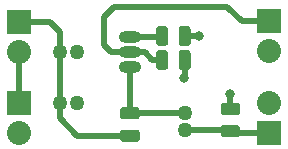
<source format=gtl>
G04 #@! TF.FileFunction,Copper,L1,Top,Signal*
%FSLAX46Y46*%
G04 Gerber Fmt 4.6, Leading zero omitted, Abs format (unit mm)*
G04 Created by KiCad (PCBNEW (2016-09-14 revision 83ed3c9)-makepkg) date 09/24/16 16:23:25*
%MOMM*%
%LPD*%
G01*
G04 APERTURE LIST*
%ADD10C,0.100000*%
%ADD11C,1.270000*%
%ADD12R,2.032000X2.032000*%
%ADD13O,2.032000X2.032000*%
%ADD14O,1.900000X1.000000*%
%ADD15C,0.800000*%
%ADD16C,0.500000*%
%ADD17C,0.250000*%
G04 APERTURE END LIST*
D10*
D11*
X107557000Y-74676000D03*
X106057000Y-74676000D03*
X107557000Y-78994000D03*
X106057000Y-78994000D03*
X116713000Y-81268000D03*
X116713000Y-79768000D03*
D12*
X123825000Y-72009000D03*
D13*
X123825000Y-74549000D03*
D12*
X102616000Y-72085200D03*
D13*
X102616000Y-74625200D03*
D12*
X102616000Y-78994000D03*
D13*
X102616000Y-81534000D03*
D12*
X123825000Y-81534000D03*
D13*
X123825000Y-78994000D03*
D14*
X112014000Y-75946000D03*
X112014000Y-74676000D03*
X112014000Y-73406000D03*
D10*
G36*
X116925896Y-74486723D02*
X116950553Y-74490381D01*
X116974732Y-74496437D01*
X116998202Y-74504835D01*
X117020735Y-74515492D01*
X117042115Y-74528307D01*
X117062136Y-74543155D01*
X117080605Y-74559895D01*
X117097345Y-74578364D01*
X117112193Y-74598385D01*
X117125008Y-74619765D01*
X117135665Y-74642298D01*
X117144063Y-74665768D01*
X117150119Y-74689947D01*
X117153777Y-74714604D01*
X117155000Y-74739500D01*
X117155000Y-75882500D01*
X117153777Y-75907396D01*
X117150119Y-75932053D01*
X117144063Y-75956232D01*
X117135665Y-75979702D01*
X117125008Y-76002235D01*
X117112193Y-76023615D01*
X117097345Y-76043636D01*
X117080605Y-76062105D01*
X117062136Y-76078845D01*
X117042115Y-76093693D01*
X117020735Y-76106508D01*
X116998202Y-76117165D01*
X116974732Y-76125563D01*
X116950553Y-76131619D01*
X116925896Y-76135277D01*
X116901000Y-76136500D01*
X116393000Y-76136500D01*
X116368104Y-76135277D01*
X116343447Y-76131619D01*
X116319268Y-76125563D01*
X116295798Y-76117165D01*
X116273265Y-76106508D01*
X116251885Y-76093693D01*
X116231864Y-76078845D01*
X116213395Y-76062105D01*
X116196655Y-76043636D01*
X116181807Y-76023615D01*
X116168992Y-76002235D01*
X116158335Y-75979702D01*
X116149937Y-75956232D01*
X116143881Y-75932053D01*
X116140223Y-75907396D01*
X116139000Y-75882500D01*
X116139000Y-74739500D01*
X116140223Y-74714604D01*
X116143881Y-74689947D01*
X116149937Y-74665768D01*
X116158335Y-74642298D01*
X116168992Y-74619765D01*
X116181807Y-74598385D01*
X116196655Y-74578364D01*
X116213395Y-74559895D01*
X116231864Y-74543155D01*
X116251885Y-74528307D01*
X116273265Y-74515492D01*
X116295798Y-74504835D01*
X116319268Y-74496437D01*
X116343447Y-74490381D01*
X116368104Y-74486723D01*
X116393000Y-74485500D01*
X116901000Y-74485500D01*
X116925896Y-74486723D01*
X116925896Y-74486723D01*
G37*
G36*
X115025896Y-74486723D02*
X115050553Y-74490381D01*
X115074732Y-74496437D01*
X115098202Y-74504835D01*
X115120735Y-74515492D01*
X115142115Y-74528307D01*
X115162136Y-74543155D01*
X115180605Y-74559895D01*
X115197345Y-74578364D01*
X115212193Y-74598385D01*
X115225008Y-74619765D01*
X115235665Y-74642298D01*
X115244063Y-74665768D01*
X115250119Y-74689947D01*
X115253777Y-74714604D01*
X115255000Y-74739500D01*
X115255000Y-75882500D01*
X115253777Y-75907396D01*
X115250119Y-75932053D01*
X115244063Y-75956232D01*
X115235665Y-75979702D01*
X115225008Y-76002235D01*
X115212193Y-76023615D01*
X115197345Y-76043636D01*
X115180605Y-76062105D01*
X115162136Y-76078845D01*
X115142115Y-76093693D01*
X115120735Y-76106508D01*
X115098202Y-76117165D01*
X115074732Y-76125563D01*
X115050553Y-76131619D01*
X115025896Y-76135277D01*
X115001000Y-76136500D01*
X114493000Y-76136500D01*
X114468104Y-76135277D01*
X114443447Y-76131619D01*
X114419268Y-76125563D01*
X114395798Y-76117165D01*
X114373265Y-76106508D01*
X114351885Y-76093693D01*
X114331864Y-76078845D01*
X114313395Y-76062105D01*
X114296655Y-76043636D01*
X114281807Y-76023615D01*
X114268992Y-76002235D01*
X114258335Y-75979702D01*
X114249937Y-75956232D01*
X114243881Y-75932053D01*
X114240223Y-75907396D01*
X114239000Y-75882500D01*
X114239000Y-74739500D01*
X114240223Y-74714604D01*
X114243881Y-74689947D01*
X114249937Y-74665768D01*
X114258335Y-74642298D01*
X114268992Y-74619765D01*
X114281807Y-74598385D01*
X114296655Y-74578364D01*
X114313395Y-74559895D01*
X114331864Y-74543155D01*
X114351885Y-74528307D01*
X114373265Y-74515492D01*
X114395798Y-74504835D01*
X114419268Y-74496437D01*
X114443447Y-74490381D01*
X114468104Y-74486723D01*
X114493000Y-74485500D01*
X115001000Y-74485500D01*
X115025896Y-74486723D01*
X115025896Y-74486723D01*
G37*
G36*
X112610396Y-79315223D02*
X112635053Y-79318881D01*
X112659232Y-79324937D01*
X112682702Y-79333335D01*
X112705235Y-79343992D01*
X112726615Y-79356807D01*
X112746636Y-79371655D01*
X112765105Y-79388395D01*
X112781845Y-79406864D01*
X112796693Y-79426885D01*
X112809508Y-79448265D01*
X112820165Y-79470798D01*
X112828563Y-79494268D01*
X112834619Y-79518447D01*
X112838277Y-79543104D01*
X112839500Y-79568000D01*
X112839500Y-80076000D01*
X112838277Y-80100896D01*
X112834619Y-80125553D01*
X112828563Y-80149732D01*
X112820165Y-80173202D01*
X112809508Y-80195735D01*
X112796693Y-80217115D01*
X112781845Y-80237136D01*
X112765105Y-80255605D01*
X112746636Y-80272345D01*
X112726615Y-80287193D01*
X112705235Y-80300008D01*
X112682702Y-80310665D01*
X112659232Y-80319063D01*
X112635053Y-80325119D01*
X112610396Y-80328777D01*
X112585500Y-80330000D01*
X111442500Y-80330000D01*
X111417604Y-80328777D01*
X111392947Y-80325119D01*
X111368768Y-80319063D01*
X111345298Y-80310665D01*
X111322765Y-80300008D01*
X111301385Y-80287193D01*
X111281364Y-80272345D01*
X111262895Y-80255605D01*
X111246155Y-80237136D01*
X111231307Y-80217115D01*
X111218492Y-80195735D01*
X111207835Y-80173202D01*
X111199437Y-80149732D01*
X111193381Y-80125553D01*
X111189723Y-80100896D01*
X111188500Y-80076000D01*
X111188500Y-79568000D01*
X111189723Y-79543104D01*
X111193381Y-79518447D01*
X111199437Y-79494268D01*
X111207835Y-79470798D01*
X111218492Y-79448265D01*
X111231307Y-79426885D01*
X111246155Y-79406864D01*
X111262895Y-79388395D01*
X111281364Y-79371655D01*
X111301385Y-79356807D01*
X111322765Y-79343992D01*
X111345298Y-79333335D01*
X111368768Y-79324937D01*
X111392947Y-79318881D01*
X111417604Y-79315223D01*
X111442500Y-79314000D01*
X112585500Y-79314000D01*
X112610396Y-79315223D01*
X112610396Y-79315223D01*
G37*
G36*
X112610396Y-81215223D02*
X112635053Y-81218881D01*
X112659232Y-81224937D01*
X112682702Y-81233335D01*
X112705235Y-81243992D01*
X112726615Y-81256807D01*
X112746636Y-81271655D01*
X112765105Y-81288395D01*
X112781845Y-81306864D01*
X112796693Y-81326885D01*
X112809508Y-81348265D01*
X112820165Y-81370798D01*
X112828563Y-81394268D01*
X112834619Y-81418447D01*
X112838277Y-81443104D01*
X112839500Y-81468000D01*
X112839500Y-81976000D01*
X112838277Y-82000896D01*
X112834619Y-82025553D01*
X112828563Y-82049732D01*
X112820165Y-82073202D01*
X112809508Y-82095735D01*
X112796693Y-82117115D01*
X112781845Y-82137136D01*
X112765105Y-82155605D01*
X112746636Y-82172345D01*
X112726615Y-82187193D01*
X112705235Y-82200008D01*
X112682702Y-82210665D01*
X112659232Y-82219063D01*
X112635053Y-82225119D01*
X112610396Y-82228777D01*
X112585500Y-82230000D01*
X111442500Y-82230000D01*
X111417604Y-82228777D01*
X111392947Y-82225119D01*
X111368768Y-82219063D01*
X111345298Y-82210665D01*
X111322765Y-82200008D01*
X111301385Y-82187193D01*
X111281364Y-82172345D01*
X111262895Y-82155605D01*
X111246155Y-82137136D01*
X111231307Y-82117115D01*
X111218492Y-82095735D01*
X111207835Y-82073202D01*
X111199437Y-82049732D01*
X111193381Y-82025553D01*
X111189723Y-82000896D01*
X111188500Y-81976000D01*
X111188500Y-81468000D01*
X111189723Y-81443104D01*
X111193381Y-81418447D01*
X111199437Y-81394268D01*
X111207835Y-81370798D01*
X111218492Y-81348265D01*
X111231307Y-81326885D01*
X111246155Y-81306864D01*
X111262895Y-81288395D01*
X111281364Y-81271655D01*
X111301385Y-81256807D01*
X111322765Y-81243992D01*
X111345298Y-81233335D01*
X111368768Y-81224937D01*
X111392947Y-81218881D01*
X111417604Y-81215223D01*
X111442500Y-81214000D01*
X112585500Y-81214000D01*
X112610396Y-81215223D01*
X112610396Y-81215223D01*
G37*
G36*
X116925896Y-72454723D02*
X116950553Y-72458381D01*
X116974732Y-72464437D01*
X116998202Y-72472835D01*
X117020735Y-72483492D01*
X117042115Y-72496307D01*
X117062136Y-72511155D01*
X117080605Y-72527895D01*
X117097345Y-72546364D01*
X117112193Y-72566385D01*
X117125008Y-72587765D01*
X117135665Y-72610298D01*
X117144063Y-72633768D01*
X117150119Y-72657947D01*
X117153777Y-72682604D01*
X117155000Y-72707500D01*
X117155000Y-73850500D01*
X117153777Y-73875396D01*
X117150119Y-73900053D01*
X117144063Y-73924232D01*
X117135665Y-73947702D01*
X117125008Y-73970235D01*
X117112193Y-73991615D01*
X117097345Y-74011636D01*
X117080605Y-74030105D01*
X117062136Y-74046845D01*
X117042115Y-74061693D01*
X117020735Y-74074508D01*
X116998202Y-74085165D01*
X116974732Y-74093563D01*
X116950553Y-74099619D01*
X116925896Y-74103277D01*
X116901000Y-74104500D01*
X116393000Y-74104500D01*
X116368104Y-74103277D01*
X116343447Y-74099619D01*
X116319268Y-74093563D01*
X116295798Y-74085165D01*
X116273265Y-74074508D01*
X116251885Y-74061693D01*
X116231864Y-74046845D01*
X116213395Y-74030105D01*
X116196655Y-74011636D01*
X116181807Y-73991615D01*
X116168992Y-73970235D01*
X116158335Y-73947702D01*
X116149937Y-73924232D01*
X116143881Y-73900053D01*
X116140223Y-73875396D01*
X116139000Y-73850500D01*
X116139000Y-72707500D01*
X116140223Y-72682604D01*
X116143881Y-72657947D01*
X116149937Y-72633768D01*
X116158335Y-72610298D01*
X116168992Y-72587765D01*
X116181807Y-72566385D01*
X116196655Y-72546364D01*
X116213395Y-72527895D01*
X116231864Y-72511155D01*
X116251885Y-72496307D01*
X116273265Y-72483492D01*
X116295798Y-72472835D01*
X116319268Y-72464437D01*
X116343447Y-72458381D01*
X116368104Y-72454723D01*
X116393000Y-72453500D01*
X116901000Y-72453500D01*
X116925896Y-72454723D01*
X116925896Y-72454723D01*
G37*
G36*
X115025896Y-72454723D02*
X115050553Y-72458381D01*
X115074732Y-72464437D01*
X115098202Y-72472835D01*
X115120735Y-72483492D01*
X115142115Y-72496307D01*
X115162136Y-72511155D01*
X115180605Y-72527895D01*
X115197345Y-72546364D01*
X115212193Y-72566385D01*
X115225008Y-72587765D01*
X115235665Y-72610298D01*
X115244063Y-72633768D01*
X115250119Y-72657947D01*
X115253777Y-72682604D01*
X115255000Y-72707500D01*
X115255000Y-73850500D01*
X115253777Y-73875396D01*
X115250119Y-73900053D01*
X115244063Y-73924232D01*
X115235665Y-73947702D01*
X115225008Y-73970235D01*
X115212193Y-73991615D01*
X115197345Y-74011636D01*
X115180605Y-74030105D01*
X115162136Y-74046845D01*
X115142115Y-74061693D01*
X115120735Y-74074508D01*
X115098202Y-74085165D01*
X115074732Y-74093563D01*
X115050553Y-74099619D01*
X115025896Y-74103277D01*
X115001000Y-74104500D01*
X114493000Y-74104500D01*
X114468104Y-74103277D01*
X114443447Y-74099619D01*
X114419268Y-74093563D01*
X114395798Y-74085165D01*
X114373265Y-74074508D01*
X114351885Y-74061693D01*
X114331864Y-74046845D01*
X114313395Y-74030105D01*
X114296655Y-74011636D01*
X114281807Y-73991615D01*
X114268992Y-73970235D01*
X114258335Y-73947702D01*
X114249937Y-73924232D01*
X114243881Y-73900053D01*
X114240223Y-73875396D01*
X114239000Y-73850500D01*
X114239000Y-72707500D01*
X114240223Y-72682604D01*
X114243881Y-72657947D01*
X114249937Y-72633768D01*
X114258335Y-72610298D01*
X114268992Y-72587765D01*
X114281807Y-72566385D01*
X114296655Y-72546364D01*
X114313395Y-72527895D01*
X114331864Y-72511155D01*
X114351885Y-72496307D01*
X114373265Y-72483492D01*
X114395798Y-72472835D01*
X114419268Y-72464437D01*
X114443447Y-72458381D01*
X114468104Y-72454723D01*
X114493000Y-72453500D01*
X115001000Y-72453500D01*
X115025896Y-72454723D01*
X115025896Y-72454723D01*
G37*
G36*
X121119396Y-78934223D02*
X121144053Y-78937881D01*
X121168232Y-78943937D01*
X121191702Y-78952335D01*
X121214235Y-78962992D01*
X121235615Y-78975807D01*
X121255636Y-78990655D01*
X121274105Y-79007395D01*
X121290845Y-79025864D01*
X121305693Y-79045885D01*
X121318508Y-79067265D01*
X121329165Y-79089798D01*
X121337563Y-79113268D01*
X121343619Y-79137447D01*
X121347277Y-79162104D01*
X121348500Y-79187000D01*
X121348500Y-79695000D01*
X121347277Y-79719896D01*
X121343619Y-79744553D01*
X121337563Y-79768732D01*
X121329165Y-79792202D01*
X121318508Y-79814735D01*
X121305693Y-79836115D01*
X121290845Y-79856136D01*
X121274105Y-79874605D01*
X121255636Y-79891345D01*
X121235615Y-79906193D01*
X121214235Y-79919008D01*
X121191702Y-79929665D01*
X121168232Y-79938063D01*
X121144053Y-79944119D01*
X121119396Y-79947777D01*
X121094500Y-79949000D01*
X119951500Y-79949000D01*
X119926604Y-79947777D01*
X119901947Y-79944119D01*
X119877768Y-79938063D01*
X119854298Y-79929665D01*
X119831765Y-79919008D01*
X119810385Y-79906193D01*
X119790364Y-79891345D01*
X119771895Y-79874605D01*
X119755155Y-79856136D01*
X119740307Y-79836115D01*
X119727492Y-79814735D01*
X119716835Y-79792202D01*
X119708437Y-79768732D01*
X119702381Y-79744553D01*
X119698723Y-79719896D01*
X119697500Y-79695000D01*
X119697500Y-79187000D01*
X119698723Y-79162104D01*
X119702381Y-79137447D01*
X119708437Y-79113268D01*
X119716835Y-79089798D01*
X119727492Y-79067265D01*
X119740307Y-79045885D01*
X119755155Y-79025864D01*
X119771895Y-79007395D01*
X119790364Y-78990655D01*
X119810385Y-78975807D01*
X119831765Y-78962992D01*
X119854298Y-78952335D01*
X119877768Y-78943937D01*
X119901947Y-78937881D01*
X119926604Y-78934223D01*
X119951500Y-78933000D01*
X121094500Y-78933000D01*
X121119396Y-78934223D01*
X121119396Y-78934223D01*
G37*
G36*
X121119396Y-80834223D02*
X121144053Y-80837881D01*
X121168232Y-80843937D01*
X121191702Y-80852335D01*
X121214235Y-80862992D01*
X121235615Y-80875807D01*
X121255636Y-80890655D01*
X121274105Y-80907395D01*
X121290845Y-80925864D01*
X121305693Y-80945885D01*
X121318508Y-80967265D01*
X121329165Y-80989798D01*
X121337563Y-81013268D01*
X121343619Y-81037447D01*
X121347277Y-81062104D01*
X121348500Y-81087000D01*
X121348500Y-81595000D01*
X121347277Y-81619896D01*
X121343619Y-81644553D01*
X121337563Y-81668732D01*
X121329165Y-81692202D01*
X121318508Y-81714735D01*
X121305693Y-81736115D01*
X121290845Y-81756136D01*
X121274105Y-81774605D01*
X121255636Y-81791345D01*
X121235615Y-81806193D01*
X121214235Y-81819008D01*
X121191702Y-81829665D01*
X121168232Y-81838063D01*
X121144053Y-81844119D01*
X121119396Y-81847777D01*
X121094500Y-81849000D01*
X119951500Y-81849000D01*
X119926604Y-81847777D01*
X119901947Y-81844119D01*
X119877768Y-81838063D01*
X119854298Y-81829665D01*
X119831765Y-81819008D01*
X119810385Y-81806193D01*
X119790364Y-81791345D01*
X119771895Y-81774605D01*
X119755155Y-81756136D01*
X119740307Y-81736115D01*
X119727492Y-81714735D01*
X119716835Y-81692202D01*
X119708437Y-81668732D01*
X119702381Y-81644553D01*
X119698723Y-81619896D01*
X119697500Y-81595000D01*
X119697500Y-81087000D01*
X119698723Y-81062104D01*
X119702381Y-81037447D01*
X119708437Y-81013268D01*
X119716835Y-80989798D01*
X119727492Y-80967265D01*
X119740307Y-80945885D01*
X119755155Y-80925864D01*
X119771895Y-80907395D01*
X119790364Y-80890655D01*
X119810385Y-80875807D01*
X119831765Y-80862992D01*
X119854298Y-80852335D01*
X119877768Y-80843937D01*
X119901947Y-80837881D01*
X119926604Y-80834223D01*
X119951500Y-80833000D01*
X121094500Y-80833000D01*
X121119396Y-80834223D01*
X121119396Y-80834223D01*
G37*
D15*
X117856000Y-73279000D03*
X120523000Y-78232000D03*
X116636800Y-76835000D03*
D16*
X116647000Y-73279000D02*
X117856000Y-73279000D01*
X120523000Y-79441000D02*
X120523000Y-78232000D01*
X116647000Y-75311000D02*
X116647000Y-76824800D01*
D17*
X116647000Y-76824800D02*
X116636800Y-76835000D01*
D16*
X106057000Y-74676000D02*
X106057000Y-73777975D01*
X106057000Y-73777975D02*
X106057000Y-72910000D01*
X106057000Y-78994000D02*
X106057000Y-78095975D01*
X106057000Y-78095975D02*
X106057000Y-74676000D01*
X106057000Y-80264000D02*
X106057000Y-78994000D01*
X105232200Y-72085200D02*
X106057000Y-72910000D01*
X102616000Y-72085200D02*
X105232200Y-72085200D01*
X106057000Y-80264000D02*
X107515000Y-81722000D01*
X107515000Y-81722000D02*
X112014000Y-81722000D01*
X123825000Y-81534000D02*
X120716000Y-81534000D01*
D17*
X120716000Y-81534000D02*
X120523000Y-81341000D01*
D16*
X116713000Y-81268000D02*
X120450000Y-81268000D01*
D17*
X120450000Y-81268000D02*
X120523000Y-81341000D01*
D16*
X112014000Y-79822000D02*
X116659000Y-79822000D01*
X112014000Y-79822000D02*
X112014000Y-75946000D01*
D17*
X116659000Y-79822000D02*
X116713000Y-79768000D01*
D16*
X114747000Y-75311000D02*
X113912850Y-75311000D01*
X113912850Y-75311000D02*
X113277850Y-74676000D01*
X113277850Y-74676000D02*
X112014000Y-74676000D01*
X123825000Y-72009000D02*
X121475500Y-72009000D01*
X110426500Y-74676000D02*
X112014000Y-74676000D01*
X109791500Y-74041000D02*
X110426500Y-74676000D01*
X109791500Y-71691500D02*
X109791500Y-74041000D01*
X110680500Y-70802500D02*
X109791500Y-71691500D01*
X120269000Y-70802500D02*
X110680500Y-70802500D01*
X121475500Y-72009000D02*
X120269000Y-70802500D01*
D17*
X114493000Y-75057000D02*
X114747000Y-75311000D01*
D16*
X102616000Y-74625200D02*
X102616000Y-78994000D01*
X112014000Y-73406000D02*
X114795366Y-73406000D01*
X114795366Y-73406000D02*
X114798508Y-73409142D01*
M02*

</source>
